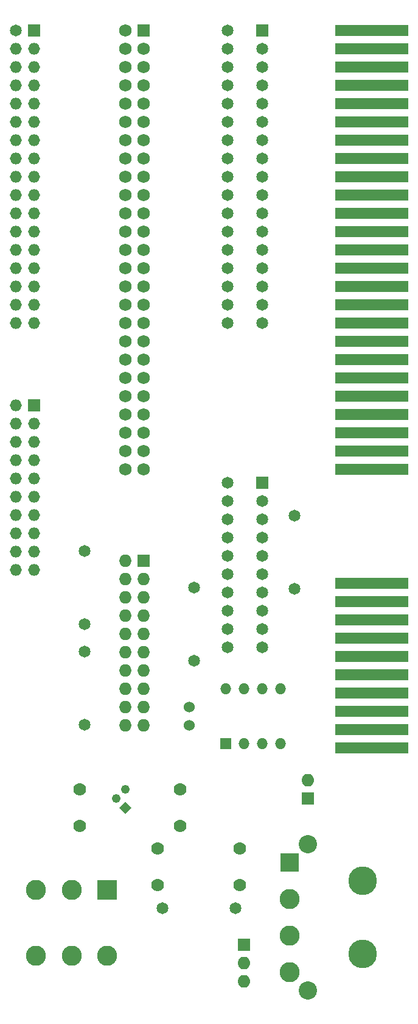
<source format=gbs>
G04 #@! TF.FileFunction,Soldermask,Bot*
%FSLAX46Y46*%
G04 Gerber Fmt 4.6, Leading zero omitted, Abs format (unit mm)*
G04 Created by KiCad (PCBNEW (after 2015-mar-04 BZR unknown)-product) date Sun 18 Mar 2018 09:27:42 PM EDT*
%MOMM*%
G01*
G04 APERTURE LIST*
%ADD10C,0.020000*%
%ADD11R,1.778000X1.778000*%
%ADD12O,1.778000X1.778000*%
%ADD13R,1.651000X1.651000*%
%ADD14C,1.651000*%
%ADD15C,1.219200*%
%ADD16R,2.794000X2.794000*%
%ADD17C,2.794000*%
%ADD18R,10.160000X1.524000*%
%ADD19C,1.778000*%
%ADD20R,2.540000X2.540000*%
%ADD21C,3.987800*%
%ADD22C,2.540000*%
%ADD23C,1.524000*%
%ADD24O,1.651000X1.651000*%
%ADD25R,1.727200X1.727200*%
%ADD26C,1.727200*%
%ADD27R,1.524000X1.524000*%
%ADD28O,1.524000X1.524000*%
%ADD29O,1.727200X1.727200*%
G04 APERTURE END LIST*
D10*
D11*
X107950000Y-157480000D03*
D12*
X107950000Y-160020000D03*
X107950000Y-162560000D03*
D11*
X116840000Y-137160000D03*
D12*
X116840000Y-134620000D03*
D13*
X110490000Y-30480000D03*
D14*
X105638600Y-30480000D03*
X110490000Y-33020000D03*
X105638600Y-33020000D03*
X110490000Y-35560000D03*
X105638600Y-35560000D03*
X110490000Y-38100000D03*
X105638600Y-38100000D03*
X110490000Y-40640000D03*
X105638600Y-40640000D03*
X110490000Y-43180000D03*
X105638600Y-43180000D03*
X110490000Y-45720000D03*
X105638600Y-45720000D03*
X110490000Y-48260000D03*
X105638600Y-48260000D03*
X110490000Y-50800000D03*
X105638600Y-50800000D03*
X110490000Y-53340000D03*
X105638600Y-53340000D03*
X110490000Y-55880000D03*
X105638600Y-55880000D03*
X110490000Y-58420000D03*
X105638600Y-58420000D03*
X110490000Y-60960000D03*
X105638600Y-60960000D03*
X110490000Y-63500000D03*
X105638600Y-63500000D03*
X110490000Y-66040000D03*
X105638600Y-66040000D03*
X110490000Y-68580000D03*
X105638600Y-68580000D03*
X110490000Y-71120000D03*
X105638600Y-71120000D03*
D13*
X110490000Y-93345000D03*
D14*
X105638600Y-93345000D03*
X110490000Y-95885000D03*
X105638600Y-95885000D03*
X110490000Y-98425000D03*
X105638600Y-98425000D03*
X110490000Y-100965000D03*
X105638600Y-100965000D03*
X110490000Y-103505000D03*
X105638600Y-103505000D03*
X110490000Y-106045000D03*
X105638600Y-106045000D03*
X110490000Y-108585000D03*
X105638600Y-108585000D03*
X110490000Y-111125000D03*
X105638600Y-111125000D03*
X110490000Y-113665000D03*
X105638600Y-113665000D03*
X110490000Y-116205000D03*
X105638600Y-116205000D03*
D15*
X90170000Y-137160000D03*
X91440000Y-135890000D03*
D10*
G36*
X92302105Y-138430000D02*
X91440000Y-139292105D01*
X90577895Y-138430000D01*
X91440000Y-137567895D01*
X92302105Y-138430000D01*
X92302105Y-138430000D01*
G37*
D16*
X88900000Y-149860000D03*
D17*
X88900000Y-159004000D03*
X83947000Y-149860000D03*
X83947000Y-159004000D03*
X78994000Y-149860000D03*
X78994000Y-159004000D03*
D18*
X125730000Y-30480000D03*
X125730000Y-33020000D03*
X125730000Y-35560000D03*
X125730000Y-38100000D03*
X125730000Y-40640000D03*
X125730000Y-43180000D03*
X125730000Y-45720000D03*
X125730000Y-48260000D03*
X125730000Y-50800000D03*
X125730000Y-53340000D03*
X125730000Y-55880000D03*
X125730000Y-58420000D03*
X125730000Y-60960000D03*
X125730000Y-63500000D03*
X125730000Y-66040000D03*
X125730000Y-68580000D03*
X125730000Y-71120000D03*
X125730000Y-73660000D03*
X125730000Y-76200000D03*
X125730000Y-78740000D03*
X125730000Y-81280000D03*
X125730000Y-83820000D03*
X125730000Y-86360000D03*
X125730000Y-88900000D03*
X125730000Y-91440000D03*
D19*
X95885000Y-144145000D03*
X95885000Y-149225000D03*
X107315000Y-149225000D03*
X107315000Y-144145000D03*
D18*
X125730000Y-107314600D03*
X125730000Y-109854600D03*
X125730000Y-112394600D03*
X125730000Y-114934600D03*
X125730000Y-117474600D03*
X125730000Y-120014600D03*
X125730000Y-122554600D03*
X125730000Y-125094600D03*
X125730000Y-127634600D03*
X125730000Y-130174600D03*
D20*
X114300000Y-146050000D03*
D17*
X114300000Y-151130000D03*
X114300000Y-156210000D03*
X114300000Y-161290000D03*
D21*
X124460000Y-158750000D03*
X124460000Y-148590000D03*
D22*
X116840000Y-163830000D03*
X116840000Y-143510000D03*
D23*
X100330000Y-127000000D03*
X100330000Y-124460000D03*
D13*
X78740000Y-82550000D03*
D24*
X76200000Y-82550000D03*
X78740000Y-85090000D03*
X76200000Y-85090000D03*
X78740000Y-87630000D03*
X76200000Y-87630000D03*
X78740000Y-90170000D03*
X76200000Y-90170000D03*
X78740000Y-92710000D03*
X76200000Y-92710000D03*
X78740000Y-95250000D03*
X76200000Y-95250000D03*
X78740000Y-97790000D03*
X76200000Y-97790000D03*
X78740000Y-100330000D03*
X76200000Y-100330000D03*
X78740000Y-102870000D03*
X76200000Y-102870000D03*
X78740000Y-105410000D03*
X76200000Y-105410000D03*
D25*
X93980000Y-30480000D03*
D26*
X91440000Y-30480000D03*
X93980000Y-33020000D03*
X91440000Y-33020000D03*
X93980000Y-35560000D03*
X91440000Y-35560000D03*
X93980000Y-38100000D03*
X91440000Y-38100000D03*
X93980000Y-40640000D03*
X91440000Y-40640000D03*
X93980000Y-43180000D03*
X91440000Y-43180000D03*
X93980000Y-45720000D03*
X91440000Y-45720000D03*
X93980000Y-48260000D03*
X91440000Y-48260000D03*
X93980000Y-50800000D03*
X91440000Y-50800000D03*
X93980000Y-53340000D03*
X91440000Y-53340000D03*
X93980000Y-55880000D03*
X91440000Y-55880000D03*
X93980000Y-58420000D03*
X91440000Y-58420000D03*
X93980000Y-60960000D03*
X91440000Y-60960000D03*
X93980000Y-63500000D03*
X91440000Y-63500000D03*
X93980000Y-66040000D03*
X91440000Y-66040000D03*
X93980000Y-68580000D03*
X91440000Y-68580000D03*
X93980000Y-71120000D03*
X91440000Y-71120000D03*
X93980000Y-73660000D03*
X91440000Y-73660000D03*
X93980000Y-76200000D03*
X91440000Y-76200000D03*
X93980000Y-78740000D03*
X91440000Y-78740000D03*
X93980000Y-81280000D03*
X91440000Y-81280000D03*
X93980000Y-83820000D03*
X91440000Y-83820000D03*
X93980000Y-86360000D03*
X91440000Y-86360000D03*
X93980000Y-88900000D03*
X91440000Y-88900000D03*
X93980000Y-91440000D03*
X91440000Y-91440000D03*
D13*
X78740000Y-30480000D03*
D14*
X76200000Y-30480000D03*
D24*
X78740000Y-33020000D03*
X76200000Y-33020000D03*
X78740000Y-35560000D03*
X76200000Y-35560000D03*
X78740000Y-38100000D03*
X76200000Y-38100000D03*
X78740000Y-40640000D03*
X76200000Y-40640000D03*
X78740000Y-43180000D03*
X76200000Y-43180000D03*
X78740000Y-45720000D03*
X76200000Y-45720000D03*
X78740000Y-48260000D03*
X76200000Y-48260000D03*
X78740000Y-50800000D03*
X76200000Y-50800000D03*
X78740000Y-53340000D03*
X76200000Y-53340000D03*
X78740000Y-55880000D03*
X76200000Y-55880000D03*
X78740000Y-58420000D03*
X76200000Y-58420000D03*
X78740000Y-60960000D03*
X76200000Y-60960000D03*
X78740000Y-63500000D03*
X76200000Y-63500000D03*
X78740000Y-66040000D03*
X76200000Y-66040000D03*
X78740000Y-68580000D03*
X76200000Y-68580000D03*
X78740000Y-71120000D03*
X76200000Y-71120000D03*
D27*
X105410000Y-129540000D03*
D28*
X113030000Y-121920000D03*
X107950000Y-129540000D03*
X110490000Y-121920000D03*
X110490000Y-129540000D03*
X107950000Y-121920000D03*
X113030000Y-129540000D03*
X105410000Y-121920000D03*
D19*
X85090000Y-140970000D03*
X85090000Y-135890000D03*
X99060000Y-135890000D03*
X99060000Y-140970000D03*
D25*
X93980000Y-104140000D03*
D29*
X91440000Y-104140000D03*
X93980000Y-106680000D03*
X91440000Y-106680000D03*
X93980000Y-109220000D03*
X91440000Y-109220000D03*
X93980000Y-111760000D03*
X91440000Y-111760000D03*
X93980000Y-114300000D03*
X91440000Y-114300000D03*
X93980000Y-116840000D03*
X91440000Y-116840000D03*
X93980000Y-119380000D03*
X91440000Y-119380000D03*
X93980000Y-121920000D03*
X91440000Y-121920000D03*
X93980000Y-124460000D03*
X91440000Y-124460000D03*
X93980000Y-127000000D03*
X91440000Y-127000000D03*
D14*
X114935000Y-97868740D03*
X114935000Y-108028740D03*
X100965000Y-118031260D03*
X100965000Y-107871260D03*
X85725000Y-126921260D03*
X85725000Y-116761260D03*
X85725000Y-112951260D03*
X85725000Y-102791260D03*
X96598740Y-152400000D03*
X106758740Y-152400000D03*
M02*

</source>
